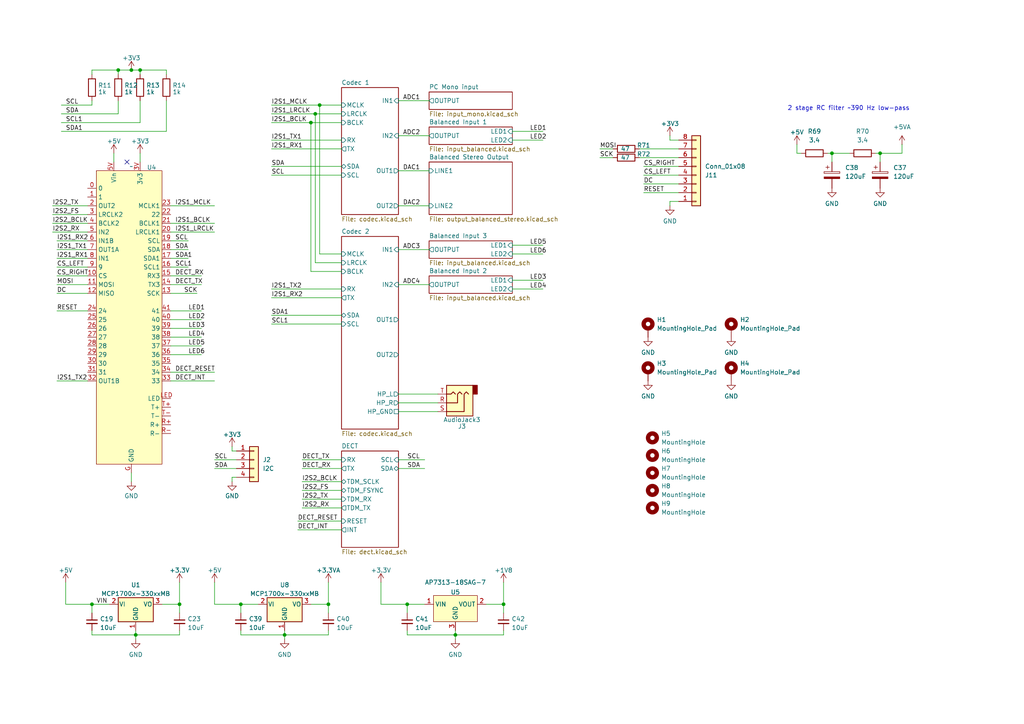
<source format=kicad_sch>
(kicad_sch (version 20231120) (generator "eeschema") (generator_version "8.0")
  (paper "A4")
  (title_block (title "Mixolydian 4x4") (rev "1") (comment 1 "3 balanced inputs, 2 balanced outputs, 1 mono line-in") (comment 3 "FOSDEM audio interface"))
  (lib_symbols
    (symbol "Connector_Audio:AudioJack3"
      (property "Reference" "J" (at 0 8.89 0))
      (property "Value" "AudioJack3" (at 0 6.35 0))
      (symbol "AudioJack3_0_1"
        (rectangle (start -5.08 -5.08) (end -6.35 -2.54) (stroke (width 0.254)) (fill (type outline)))
        (polyline (pts (xy 0 -2.54) (xy 0.635 -3.175) (xy 1.27 -2.54) (xy 2.54 -2.54)) (stroke (width 0.254)))
        (polyline (pts (xy -1.905 -2.54) (xy -1.27 -3.175) (xy -0.635 -2.54) (xy -0.635 0) (xy 2.54 0)) (stroke (width 0.254)))
        (polyline (pts (xy 2.54 2.54) (xy -2.54 2.54) (xy -2.54 -2.54) (xy -3.175 -3.175) (xy -3.81 -2.54)) (stroke (width 0.254)))
        (rectangle (start 2.54 3.81) (end -5.08 -5.08) (stroke (width 0.254)) (fill (type background)))
      )
      (symbol "AudioJack3_1_1"
        (pin passive line (at 5.08 0 180) (length 2.54) (name "~") (number "R"))
        (pin passive line (at 5.08 2.54 180) (length 2.54) (name "~") (number "S"))
        (pin passive line (at 5.08 -2.54 180) (length 2.54) (name "~") (number "T"))
      )
    )
    (symbol "Connector_Generic:Conn_01x04" (pin_names (offset 1.016) hide)
      (property "Reference" "J" (at 0 5.08 0))
      (property "Value" "Conn_01x04" (at 0 -7.62 0))
      (symbol "Conn_01x04_1_1"
        (rectangle (start -1.27 -4.953) (end 0 -5.207) (stroke (width 0.1524)))
        (rectangle (start -1.27 -2.413) (end 0 -2.667) (stroke (width 0.1524)))
        (rectangle (start -1.27 0.127) (end 0 -0.127) (stroke (width 0.1524)))
        (rectangle (start -1.27 2.667) (end 0 2.413) (stroke (width 0.1524)))
        (rectangle (start -1.27 3.81) (end 1.27 -6.35) (stroke (width 0.254)) (fill (type background)))
        (pin passive line (at -5.08 2.54 0) (length 3.81) (name "Pin_1") (number "1"))
        (pin passive line (at -5.08 0 0) (length 3.81) (name "Pin_2") (number "2"))
        (pin passive line (at -5.08 -2.54 0) (length 3.81) (name "Pin_3") (number "3"))
        (pin passive line (at -5.08 -5.08 0) (length 3.81) (name "Pin_4") (number "4"))
      )
    )
    (symbol "Connector_Generic:Conn_01x08" (pin_names (offset 1.016) hide)
      (property "Reference" "J" (at 0 10.16 0))
      (property "Value" "Conn_01x08" (at 0 -12.7 0))
      (symbol "Conn_01x08_1_1"
        (rectangle (start -1.27 -10.033) (end 0 -10.287) (stroke (width 0.1524)))
        (rectangle (start -1.27 -7.493) (end 0 -7.747) (stroke (width 0.1524)))
        (rectangle (start -1.27 -4.953) (end 0 -5.207) (stroke (width 0.1524)))
        (rectangle (start -1.27 -2.413) (end 0 -2.667) (stroke (width 0.1524)))
        (rectangle (start -1.27 0.127) (end 0 -0.127) (stroke (width 0.1524)))
        (rectangle (start -1.27 2.667) (end 0 2.413) (stroke (width 0.1524)))
        (rectangle (start -1.27 5.207) (end 0 4.953) (stroke (width 0.1524)))
        (rectangle (start -1.27 7.747) (end 0 7.493) (stroke (width 0.1524)))
        (rectangle (start -1.27 8.89) (end 1.27 -11.43) (stroke (width 0.254)) (fill (type background)))
        (pin passive line (at -5.08 7.62 0) (length 3.81) (name "Pin_1") (number "1"))
        (pin passive line (at -5.08 5.08 0) (length 3.81) (name "Pin_2") (number "2"))
        (pin passive line (at -5.08 2.54 0) (length 3.81) (name "Pin_3") (number "3"))
        (pin passive line (at -5.08 0 0) (length 3.81) (name "Pin_4") (number "4"))
        (pin passive line (at -5.08 -2.54 0) (length 3.81) (name "Pin_5") (number "5"))
        (pin passive line (at -5.08 -5.08 0) (length 3.81) (name "Pin_6") (number "6"))
        (pin passive line (at -5.08 -7.62 0) (length 3.81) (name "Pin_7") (number "7"))
        (pin passive line (at -5.08 -10.16 0) (length 3.81) (name "Pin_8") (number "8"))
      )
    )
    (symbol "Device:C_Polarized" (pin_numbers hide) (pin_names (offset 0.254))
      (property "Reference" "C" (at 0.635 2.54 0))
      (property "Value" "C_Polarized" (at 0.635 -2.54 0))
      (symbol "C_Polarized_0_1"
        (rectangle (start -2.286 0.508) (end 2.286 1.016))
        (polyline (pts (xy -1.778 2.286) (xy -0.762 2.286)))
        (polyline (pts (xy -1.27 2.794) (xy -1.27 1.778)))
        (rectangle (start 2.286 -0.508) (end -2.286 -1.016) (fill (type outline)))
      )
      (symbol "C_Polarized_1_1"
        (pin passive line (at 0 3.81 270) (length 2.794) (name "~") (number "1"))
        (pin passive line (at 0 -3.81 90) (length 2.794) (name "~") (number "2"))
      )
    )
    (symbol "Device:C_Small" (pin_numbers hide) (pin_names (offset 0.254) hide)
      (property "Reference" "C" (at 0.254 1.778 0))
      (property "Value" "C_Small" (at 0.254 -2.032 0))
      (symbol "C_Small_0_1"
        (polyline (pts (xy -1.524 -0.508) (xy 1.524 -0.508)) (stroke (width 0.3302)))
        (polyline (pts (xy -1.524 0.508) (xy 1.524 0.508)) (stroke (width 0.3048)))
      )
      (symbol "C_Small_1_1"
        (pin passive line (at 0 2.54 270) (length 2.032) (name "~") (number "1"))
        (pin passive line (at 0 -2.54 90) (length 2.032) (name "~") (number "2"))
      )
    )
    (symbol "Device:R" (pin_numbers hide) (pin_names (offset 0))
      (property "Reference" "R" (at 2.032 0 90))
      (property "Value" "R" (at 0 0 90))
      (symbol "R_0_1"
        (rectangle (start -1.016 -2.54) (end 1.016 2.54) (stroke (width 0.254)))
      )
      (symbol "R_1_1"
        (pin passive line (at 0 3.81 270) (length 1.27) (name "~") (number "1"))
        (pin passive line (at 0 -3.81 90) (length 1.27) (name "~") (number "2"))
      )
    )
    (symbol "Mechanical:MountingHole" (pin_names (offset 1.016)) (exclude_from_sim yes) (in_bom no)
      (property "Reference" "H" (at 0 5.08 0))
      (property "Value" "MountingHole" (at 0 3.175 0))
      (symbol "MountingHole_0_1"
        (circle (center 0 0) (radius 1.27) (stroke (width 1.27)))
      )
    )
    (symbol "Mechanical:MountingHole_Pad" (pin_numbers hide) (pin_names (offset 1.016) hide) (exclude_from_sim yes) (in_bom no)
      (property "Reference" "H" (at 0 6.35 0))
      (property "Value" "MountingHole_Pad" (at 0 4.445 0))
      (symbol "MountingHole_Pad_0_1"
        (circle (center 0 1.27) (radius 1.27) (stroke (width 1.27)))
      )
      (symbol "MountingHole_Pad_1_1"
        (pin input line (at 0 -2.54 90) (length 2.54) (name "1") (number "1"))
      )
    )
    (symbol "Parts:AP7313_SAG"
      (property "Reference" "U" (at 0 0 0))
      (symbol "AP7313_SAG_1_1"
        (rectangle (start -5.08 -1.27) (end 7.62 -8.89) (fill (type background)))
        (pin power_in line (at -7.62 -3.81 0) (length 2.54) (name "VIN") (number "1"))
        (pin power_out line (at 10.16 -3.81 180) (length 2.54) (name "VOUT") (number "2"))
        (pin power_in line (at 1.27 -11.43 90) (length 2.54) (name "GND") (number "3"))
      )
    )
    (symbol "Parts:Teensy41"
      (property "Reference" "U1" (at 4.4959 -0.3081 0))
      (property "Value" "~" (at 0 0 0))
      (symbol "Teensy41_1_1"
        (rectangle (start -10.16 -1.27) (end 8.89 -86.36) (fill (type background)))
        (pin bidirectional line (at -12.7 -6.35 0) (length 2.54) (name "0") (number "0"))
        (pin bidirectional line (at -12.7 -8.89 0) (length 2.54) (name "1") (number "1"))
        (pin bidirectional line (at -12.7 -31.75 0) (length 2.54) (name "10") (number "10") (alternate "CS" bidirectional line))
        (pin bidirectional line (at -12.7 -34.29 0) (length 2.54) (name "11") (number "11") (alternate "MOSI" bidirectional line))
        (pin bidirectional line (at -12.7 -36.83 0) (length 2.54) (name "12") (number "12") (alternate "MISO" bidirectional line))
        (pin bidirectional line (at 11.43 -36.83 180) (length 2.54) (name "13") (number "13") (alternate "SCK" bidirectional line))
        (pin bidirectional line (at 11.43 -34.29 180) (length 2.54) (name "14") (number "14") (alternate "TX3" bidirectional line))
        (pin bidirectional line (at 11.43 -31.75 180) (length 2.54) (name "15") (number "15") (alternate "RX3" bidirectional line))
        (pin bidirectional line (at 11.43 -29.21 180) (length 2.54) (name "16") (number "16") (alternate "SCL1" bidirectional line))
        (pin bidirectional line (at 11.43 -26.67 180) (length 2.54) (name "17") (number "17") (alternate "SDA1" bidirectional line))
        (pin bidirectional line (at 11.43 -24.13 180) (length 2.54) (name "18") (number "18") (alternate "SDA" bidirectional line))
        (pin bidirectional line (at 11.43 -21.59 180) (length 2.54) (name "19") (number "19") (alternate "SCL" bidirectional line))
        (pin bidirectional line (at -12.7 -11.43 0) (length 2.54) (name "2") (number "2") (alternate "OUT2" output line))
        (pin bidirectional line (at 11.43 -19.05 180) (length 2.54) (name "20") (number "20") (alternate "LRCLK1" bidirectional line))
        (pin bidirectional line (at 11.43 -16.51 180) (length 2.54) (name "21") (number "21") (alternate "BCLK1" bidirectional line))
        (pin bidirectional line (at 11.43 -13.97 180) (length 2.54) (name "22") (number "22"))
        (pin bidirectional line (at 11.43 -11.43 180) (length 2.54) (name "23") (number "23") (alternate "MCLK1" bidirectional line))
        (pin bidirectional line (at -12.7 -41.91 0) (length 2.54) (name "24") (number "24"))
        (pin bidirectional line (at -12.7 -44.45 0) (length 2.54) (name "25") (number "25"))
        (pin bidirectional line (at -12.7 -46.99 0) (length 2.54) (name "26") (number "26"))
        (pin bidirectional line (at -12.7 -49.53 0) (length 2.54) (name "27") (number "27"))
        (pin bidirectional line (at -12.7 -52.07 0) (length 2.54) (name "28") (number "28"))
        (pin bidirectional line (at -12.7 -54.61 0) (length 2.54) (name "29") (number "29"))
        (pin bidirectional line (at -12.7 -13.97 0) (length 2.54) (name "3") (number "3") (alternate "LRCLK2" bidirectional line))
        (pin bidirectional line (at -12.7 -57.15 0) (length 2.54) (name "30") (number "30"))
        (pin bidirectional line (at -12.7 -59.69 0) (length 2.54) (name "31") (number "31"))
        (pin bidirectional line (at -12.7 -62.23 0) (length 2.54) (name "32") (number "32") (alternate "OUT1B" bidirectional line))
        (pin bidirectional line (at 11.43 -62.23 180) (length 2.54) (name "33") (number "33"))
        (pin bidirectional line (at 11.43 -59.69 180) (length 2.54) (name "34") (number "34"))
        (pin bidirectional line (at 11.43 -57.15 180) (length 2.54) (name "35") (number "35"))
        (pin bidirectional line (at 11.43 -54.61 180) (length 2.54) (name "36") (number "36") (alternate "CS" bidirectional line))
        (pin bidirectional line (at 11.43 -52.07 180) (length 2.54) (name "37") (number "37") (alternate "CS" bidirectional line))
        (pin bidirectional line (at 11.43 -49.53 180) (length 2.54) (name "38") (number "38") (alternate "IN1" bidirectional line))
        (pin bidirectional line (at 11.43 -46.99 180) (length 2.54) (name "39") (number "39") (alternate "OUT1A" bidirectional line))
        (pin power_in line (at 2.54 1.27 270) (length 2.54) (name "3v3") (number "3V"))
        (pin bidirectional line (at -12.7 -16.51 0) (length 2.54) (name "4") (number "4") (alternate "BCLK2" bidirectional line))
        (pin bidirectional line (at 11.43 -44.45 180) (length 2.54) (name "40") (number "40"))
        (pin bidirectional line (at 11.43 -41.91 180) (length 2.54) (name "41") (number "41"))
        (pin bidirectional line (at -12.7 -19.05 0) (length 2.54) (name "5") (number "5") (alternate "IN2" bidirectional line))
        (pin power_in line (at -5.08 1.27 270) (length 2.54) (name "Vin") (number "5V"))
        (pin bidirectional line (at -12.7 -21.59 0) (length 2.54) (name "6") (number "6") (alternate "IN1B" bidirectional line))
        (pin bidirectional line (at -12.7 -24.13 0) (length 2.54) (name "7") (number "7") (alternate "OUT1A" bidirectional line))
        (pin bidirectional line (at -12.7 -26.67 0) (length 2.54) (name "8") (number "8") (alternate "IN1" bidirectional line))
        (pin bidirectional line (at -12.7 -29.21 0) (length 2.54) (name "9") (number "9"))
        (pin power_in line (at 0 -88.9 90) (length 2.54) (name "GND") (number "G"))
        (pin bidirectional line (at 11.43 -67.31 180) (length 2.54) (name "LED") (number "LED"))
        (pin bidirectional line (at 11.43 -74.93 180) (length 2.54) (name "R+") (number "R+"))
        (pin bidirectional line (at 11.43 -77.47 180) (length 2.54) (name "R-") (number "R-"))
        (pin bidirectional line (at 11.43 -69.85 180) (length 2.54) (name "T+") (number "T+"))
        (pin bidirectional line (at 11.43 -72.39 180) (length 2.54) (name "T-") (number "T-"))
      )
    )
    (symbol "Regulator_Linear:MCP1700x-330xxMB" (pin_names (offset 0.254))
      (property "Reference" "U" (at -3.81 3.175 0))
      (property "Value" "MCP1700x-330xxMB" (at 0 3.175 0))
      (symbol "MCP1700x-330xxMB_0_1"
        (rectangle (start -5.08 -5.08) (end 5.08 1.905) (stroke (width 0.254)) (fill (type background)))
      )
      (symbol "MCP1700x-330xxMB_1_1"
        (pin power_in line (at 0 -7.62 90) (length 2.54) (name "GND") (number "1"))
        (pin power_in line (at -7.62 0 0) (length 2.54) (name "VI") (number "2"))
        (pin power_out line (at 7.62 0 180) (length 2.54) (name "VO") (number "3"))
      )
    )
    (symbol "power:+1V8" (power) (pin_names (offset 0))
      (property "Value" "+1V8" (at 0 3.556 0))
      (symbol "+1V8_0_1"
        (polyline (pts (xy -0.762 1.27) (xy 0 2.54)))
        (polyline (pts (xy 0 0) (xy 0 2.54)))
        (polyline (pts (xy 0 2.54) (xy 0.762 1.27)))
      )
      (symbol "+1V8_1_1"
        (pin power_in line (at 0 0 90) (length 0) hide (name "+1V8") (number "1"))
      )
    )
    (symbol "power:+3.3V" (power) (pin_names (offset 0))
      (property "Value" "+3.3V" (at 0 3.556 0))
      (symbol "+3.3V_0_1"
        (polyline (pts (xy -0.762 1.27) (xy 0 2.54)))
        (polyline (pts (xy 0 0) (xy 0 2.54)))
        (polyline (pts (xy 0 2.54) (xy 0.762 1.27)))
      )
      (symbol "+3.3V_1_1"
        (pin power_in line (at 0 0 90) (length 0) hide (name "+3.3V") (number "1"))
      )
    )
    (symbol "power:+3.3VA" (power) (pin_names (offset 0))
      (property "Value" "+3.3VA" (at 0 3.556 0))
      (symbol "+3.3VA_0_1"
        (polyline (pts (xy -0.762 1.27) (xy 0 2.54)))
        (polyline (pts (xy 0 0) (xy 0 2.54)))
        (polyline (pts (xy 0 2.54) (xy 0.762 1.27)))
      )
      (symbol "+3.3VA_1_1"
        (pin power_in line (at 0 0 90) (length 0) hide (name "+3.3VA") (number "1"))
      )
    )
    (symbol "power:+3V3" (power) (pin_names (offset 0))
      (property "Value" "+3V3" (at 0 3.556 0))
      (symbol "+3V3_0_1"
        (polyline (pts (xy -0.762 1.27) (xy 0 2.54)))
        (polyline (pts (xy 0 0) (xy 0 2.54)))
        (polyline (pts (xy 0 2.54) (xy 0.762 1.27)))
      )
      (symbol "+3V3_1_1"
        (pin power_in line (at 0 0 90) (length 0) hide (name "+3V3") (number "1"))
      )
    )
    (symbol "power:+5V" (power) (pin_names (offset 0))
      (property "Value" "+5V" (at 0 3.556 0))
      (symbol "+5V_0_1"
        (polyline (pts (xy -0.762 1.27) (xy 0 2.54)))
        (polyline (pts (xy 0 0) (xy 0 2.54)))
        (polyline (pts (xy 0 2.54) (xy 0.762 1.27)))
      )
      (symbol "+5V_1_1"
        (pin power_in line (at 0 0 90) (length 0) hide (name "+5V") (number "1"))
      )
    )
    (symbol "power:+5VA" (power) (pin_numbers hide) (pin_names (offset 0) hide)
      (property "Value" "+5VA" (at 0 3.556 0))
      (symbol "+5VA_0_1"
        (polyline (pts (xy -0.762 1.27) (xy 0 2.54)))
        (polyline (pts (xy 0 0) (xy 0 2.54)))
        (polyline (pts (xy 0 2.54) (xy 0.762 1.27)))
      )
      (symbol "+5VA_1_1"
        (pin power_in line (at 0 0 90) (length 0) (name "~") (number "1"))
      )
    )
    (symbol "power:GND" (power) (pin_names (offset 0))
      (property "Value" "GND" (at 0 -3.81 0))
      (symbol "GND_0_1"
        (polyline (pts (xy 0 0) (xy 0 -1.27) (xy 1.27 -1.27) (xy 0 -2.54) (xy -1.27 -1.27) (xy 0 -1.27)))
      )
      (symbol "GND_1_1"
        (pin power_in line (at 0 0 270) (length 0) hide (name "GND") (number "1"))
      )
    )
  )
  (junction (at 241.3 44.45))
  (junction (at 52.07 175.26))
  (junction (at 92.71 30.48))
  (junction (at 146.05 175.26))
  (junction (at 38.1 20.32))
  (junction (at 82.55 184.15))
  (junction (at 132.08 184.15))
  (junction (at 39.37 184.15))
  (junction (at 118.11 175.26))
  (junction (at 90.17 35.56))
  (junction (at 91.44 33.02))
  (junction (at 34.29 20.32))
  (junction (at 69.85 175.26))
  (junction (at 95.25 175.26))
  (junction (at 40.64 20.32))
  (junction (at 255.27 44.45))
  (junction (at 26.67 175.26))
  (no_connect (at 36.83 46.99))
  (wire (pts (xy 15.24 64.77) (xy 25.4 64.77)))
  (wire (pts (xy 186.69 50.8) (xy 196.85 50.8)))
  (wire (pts (xy 255.27 44.45) (xy 261.62 44.45)))
  (wire (pts (xy 62.23 133.35) (xy 68.58 133.35)))
  (wire (pts (xy 132.08 184.15) (xy 146.05 184.15)))
  (wire (pts (xy 82.55 184.15) (xy 95.25 184.15)))
  (wire (pts (xy 90.17 175.26) (xy 95.25 175.26)))
  (wire (pts (xy 115.57 135.89) (xy 123.19 135.89)))
  (wire (pts (xy 87.63 144.78) (xy 99.06 144.78)))
  (wire (pts (xy 186.69 48.26) (xy 196.85 48.26)))
  (wire (pts (xy 17.78 33.02) (xy 34.29 33.02)))
  (wire (pts (xy 69.85 184.15) (xy 69.85 182.88)))
  (wire (pts (xy 26.67 21.59) (xy 26.67 20.32)))
  (wire (pts (xy 17.78 35.56) (xy 40.64 35.56)))
  (wire (pts (xy 78.74 30.48) (xy 92.71 30.48)))
  (wire (pts (xy 16.51 90.17) (xy 25.4 90.17)))
  (wire (pts (xy 67.31 129.54) (xy 67.31 130.81)))
  (wire (pts (xy 16.51 74.93) (xy 25.4 74.93)))
  (wire (pts (xy 62.23 168.91) (xy 62.23 175.26)))
  (wire (pts (xy 40.64 44.45) (xy 40.64 46.99)))
  (wire (pts (xy 49.53 107.95) (xy 62.23 107.95)))
  (wire (pts (xy 115.57 82.55) (xy 124.46 82.55)))
  (wire (pts (xy 91.44 76.2) (xy 99.06 76.2)))
  (wire (pts (xy 19.05 175.26) (xy 26.67 175.26)))
  (wire (pts (xy 39.37 184.15) (xy 52.07 184.15)))
  (wire (pts (xy 49.53 100.33) (xy 58.42 100.33)))
  (wire (pts (xy 16.51 85.09) (xy 25.4 85.09)))
  (wire (pts (xy 132.08 184.15) (xy 132.08 185.42)))
  (wire (pts (xy 49.53 90.17) (xy 58.42 90.17)))
  (wire (pts (xy 82.55 184.15) (xy 82.55 185.42)))
  (wire (pts (xy 49.53 64.77) (xy 62.23 64.77)))
  (wire (pts (xy 92.71 30.48) (xy 92.71 73.66)))
  (wire (pts (xy 186.69 53.34) (xy 196.85 53.34)))
  (wire (pts (xy 194.31 58.42) (xy 194.31 59.69)))
  (wire (pts (xy 87.63 135.89) (xy 99.06 135.89)))
  (wire (pts (xy 194.31 58.42) (xy 196.85 58.42)))
  (wire (pts (xy 90.17 35.56) (xy 99.06 35.56)))
  (wire (pts (xy 86.36 153.67) (xy 99.06 153.67)))
  (wire (pts (xy 16.51 77.47) (xy 25.4 77.47)))
  (wire (pts (xy 49.53 69.85) (xy 54.61 69.85)))
  (wire (pts (xy 16.51 80.01) (xy 25.4 80.01)))
  (wire (pts (xy 49.53 82.55) (xy 58.42 82.55)))
  (wire (pts (xy 240.03 44.45) (xy 241.3 44.45)))
  (wire (pts (xy 254 44.45) (xy 255.27 44.45)))
  (wire (pts (xy 115.57 39.37) (xy 124.46 39.37)))
  (wire (pts (xy 17.78 38.1) (xy 48.26 38.1)))
  (wire (pts (xy 95.25 182.88) (xy 95.25 184.15)))
  (wire (pts (xy 67.31 138.43) (xy 67.31 139.7)))
  (wire (pts (xy 140.97 175.26) (xy 146.05 175.26)))
  (wire (pts (xy 78.74 43.18) (xy 99.06 43.18)))
  (wire (pts (xy 78.74 91.44) (xy 99.06 91.44)))
  (wire (pts (xy 95.25 168.91) (xy 95.25 175.26)))
  (wire (pts (xy 16.51 69.85) (xy 25.4 69.85)))
  (wire (pts (xy 78.74 83.82) (xy 99.06 83.82)))
  (wire (pts (xy 78.74 33.02) (xy 91.44 33.02)))
  (wire (pts (xy 110.49 168.91) (xy 110.49 175.26)))
  (wire (pts (xy 185.42 45.72) (xy 196.85 45.72)))
  (wire (pts (xy 49.53 95.25) (xy 58.42 95.25)))
  (wire (pts (xy 17.78 30.48) (xy 26.67 30.48)))
  (wire (pts (xy 115.57 133.35) (xy 123.19 133.35)))
  (wire (pts (xy 118.11 184.15) (xy 132.08 184.15)))
  (wire (pts (xy 115.57 114.3) (xy 127 114.3)))
  (wire (pts (xy 49.53 102.87) (xy 58.42 102.87)))
  (wire (pts (xy 82.55 182.88) (xy 82.55 184.15)))
  (wire (pts (xy 194.31 40.64) (xy 196.85 40.64)))
  (wire (pts (xy 87.63 147.32) (xy 99.06 147.32)))
  (wire (pts (xy 49.53 110.49) (xy 62.23 110.49)))
  (wire (pts (xy 148.59 40.64) (xy 157.48 40.64)))
  (wire (pts (xy 49.53 80.01) (xy 58.42 80.01)))
  (wire (pts (xy 16.51 72.39) (xy 25.4 72.39)))
  (wire (pts (xy 15.24 62.23) (xy 25.4 62.23)))
  (wire (pts (xy 115.57 116.84) (xy 127 116.84)))
  (wire (pts (xy 62.23 135.89) (xy 68.58 135.89)))
  (wire (pts (xy 78.74 40.64) (xy 99.06 40.64)))
  (wire (pts (xy 87.63 139.7) (xy 99.06 139.7)))
  (wire (pts (xy 67.31 138.43) (xy 68.58 138.43)))
  (wire (pts (xy 194.31 39.37) (xy 194.31 40.64)))
  (wire (pts (xy 40.64 20.32) (xy 48.26 20.32)))
  (wire (pts (xy 62.23 175.26) (xy 69.85 175.26)))
  (wire (pts (xy 38.1 20.32) (xy 40.64 20.32)))
  (wire (pts (xy 38.1 137.16) (xy 38.1 139.7)))
  (wire (pts (xy 26.67 175.26) (xy 31.75 175.26)))
  (wire (pts (xy 49.53 67.31) (xy 62.23 67.31)))
  (wire (pts (xy 115.57 72.39) (xy 124.46 72.39)))
  (wire (pts (xy 241.3 46.99) (xy 241.3 44.45)))
  (wire (pts (xy 92.71 73.66) (xy 99.06 73.66)))
  (wire (pts (xy 52.07 182.88) (xy 52.07 184.15)))
  (wire (pts (xy 78.74 35.56) (xy 90.17 35.56)))
  (wire (pts (xy 49.53 77.47) (xy 54.61 77.47)))
  (wire (pts (xy 49.53 74.93) (xy 54.61 74.93)))
  (wire (pts (xy 92.71 30.48) (xy 99.06 30.48)))
  (wire (pts (xy 34.29 20.32) (xy 34.29 21.59)))
  (wire (pts (xy 231.14 44.45) (xy 231.14 41.91)))
  (wire (pts (xy 67.31 130.81) (xy 68.58 130.81)))
  (wire (pts (xy 34.29 20.32) (xy 38.1 20.32)))
  (wire (pts (xy 115.57 119.38) (xy 127 119.38)))
  (wire (pts (xy 86.36 151.13) (xy 99.06 151.13)))
  (wire (pts (xy 52.07 175.26) (xy 52.07 177.8)))
  (wire (pts (xy 39.37 182.88) (xy 39.37 184.15)))
  (wire (pts (xy 33.02 44.45) (xy 33.02 46.99)))
  (wire (pts (xy 148.59 38.1) (xy 157.48 38.1)))
  (wire (pts (xy 173.99 45.72) (xy 177.8 45.72)))
  (wire (pts (xy 173.99 43.18) (xy 177.8 43.18)))
  (wire (pts (xy 34.29 29.21) (xy 34.29 33.02)))
  (wire (pts (xy 69.85 177.8) (xy 69.85 175.26)))
  (wire (pts (xy 48.26 20.32) (xy 48.26 21.59)))
  (wire (pts (xy 49.53 85.09) (xy 57.15 85.09)))
  (wire (pts (xy 146.05 168.91) (xy 146.05 175.26)))
  (wire (pts (xy 39.37 184.15) (xy 39.37 185.42)))
  (wire (pts (xy 186.69 55.88) (xy 196.85 55.88)))
  (wire (pts (xy 26.67 30.48) (xy 26.67 29.21)))
  (wire (pts (xy 15.24 67.31) (xy 25.4 67.31)))
  (wire (pts (xy 49.53 92.71) (xy 58.42 92.71)))
  (wire (pts (xy 48.26 29.21) (xy 48.26 38.1)))
  (wire (pts (xy 78.74 93.98) (xy 99.06 93.98)))
  (wire (pts (xy 87.63 133.35) (xy 99.06 133.35)))
  (wire (pts (xy 148.59 81.28) (xy 157.48 81.28)))
  (wire (pts (xy 40.64 20.32) (xy 40.64 21.59)))
  (wire (pts (xy 132.08 182.88) (xy 132.08 184.15)))
  (wire (pts (xy 148.59 83.82) (xy 157.48 83.82)))
  (wire (pts (xy 49.53 59.69) (xy 62.23 59.69)))
  (wire (pts (xy 261.62 41.91) (xy 261.62 44.45)))
  (wire (pts (xy 49.53 72.39) (xy 54.61 72.39)))
  (wire (pts (xy 16.51 82.55) (xy 25.4 82.55)))
  (wire (pts (xy 241.3 44.45) (xy 246.38 44.45)))
  (wire (pts (xy 46.99 175.26) (xy 52.07 175.26)))
  (wire (pts (xy 91.44 33.02) (xy 91.44 76.2)))
  (wire (pts (xy 39.37 184.15) (xy 26.67 184.15)))
  (wire (pts (xy 115.57 29.21) (xy 124.46 29.21)))
  (wire (pts (xy 78.74 48.26) (xy 99.06 48.26)))
  (wire (pts (xy 26.67 184.15) (xy 26.67 182.88)))
  (wire (pts (xy 15.24 59.69) (xy 25.4 59.69)))
  (wire (pts (xy 26.67 177.8) (xy 26.67 175.26)))
  (wire (pts (xy 99.06 86.36) (xy 78.74 86.36)))
  (wire (pts (xy 115.57 59.69) (xy 124.46 59.69)))
  (wire (pts (xy 52.07 168.91) (xy 52.07 175.26)))
  (wire (pts (xy 87.63 142.24) (xy 99.06 142.24)))
  (wire (pts (xy 49.53 97.79) (xy 58.42 97.79)))
  (wire (pts (xy 255.27 46.99) (xy 255.27 44.45)))
  (wire (pts (xy 148.59 73.66) (xy 157.48 73.66)))
  (wire (pts (xy 91.44 33.02) (xy 99.06 33.02)))
  (wire (pts (xy 90.17 35.56) (xy 90.17 78.74)))
  (wire (pts (xy 82.55 184.15) (xy 69.85 184.15)))
  (wire (pts (xy 148.59 71.12) (xy 157.48 71.12)))
  (wire (pts (xy 115.57 49.53) (xy 124.46 49.53)))
  (wire (pts (xy 118.11 177.8) (xy 118.11 175.26)))
  (wire (pts (xy 185.42 43.18) (xy 196.85 43.18)))
  (wire (pts (xy 26.67 20.32) (xy 34.29 20.32)))
  (wire (pts (xy 95.25 175.26) (xy 95.25 177.8)))
  (wire (pts (xy 232.41 44.45) (xy 231.14 44.45)))
  (wire (pts (xy 146.05 175.26) (xy 146.05 177.8)))
  (wire (pts (xy 90.17 78.74) (xy 99.06 78.74)))
  (wire (pts (xy 69.85 175.26) (xy 74.93 175.26)))
  (wire (pts (xy 118.11 184.15) (xy 118.11 182.88)))
  (wire (pts (xy 19.05 168.91) (xy 19.05 175.26)))
  (wire (pts (xy 16.51 110.49) (xy 25.4 110.49)))
  (wire (pts (xy 40.64 29.21) (xy 40.64 35.56)))
  (wire (pts (xy 146.05 182.88) (xy 146.05 184.15)))
  (wire (pts (xy 110.49 175.26) (xy 118.11 175.26)))
  (wire (pts (xy 78.74 50.8) (xy 99.06 50.8)))
  (wire (pts (xy 118.11 175.26) (xy 123.19 175.26)))
  (text "2 stage RC filter ~390 Hz low-pass" (at 246.126 31.496 0) (effects (font (size 1.27 1.27))))
  (label "DAC2" (at 116.84 59.69 0))
  (label "I2S1_TX2" (at 78.74 83.82 0))
  (label "DECT_RX" (at 87.63 135.89 0))
  (label "ADC1" (at 116.84 29.21 0))
  (label "LED1" (at 54.61 90.17 0))
  (label "DECT_RX" (at 50.8 80.01 0))
  (label "DECT_TX" (at 50.8 82.55 0))
  (label "MOSI" (at 16.51 82.55 0))
  (label "RESET" (at 16.51 90.17 0))
  (label "CS_LEFT" (at 186.69 50.8 0))
  (label "SDA" (at 62.23 135.89 0))
  (label "I2S1_LRCLK" (at 78.74 33.02 0))
  (label "SDA1" (at 50.8 74.93 0))
  (label "I2S1_TX1" (at 78.74 40.64 0))
  (label "I2S2_FS" (at 15.24 62.23 0))
  (label "SCL" (at 118.11 133.35 0))
  (label "I2S2_BCLK" (at 15.24 64.77 0))
  (label "I2S2_TX" (at 15.24 59.69 0))
  (label "SCL" (at 78.74 50.8 0))
  (label "LED6" (at 54.61 102.87 0))
  (label "DECT_RESET" (at 50.8 107.95 0))
  (label "I2S1_LRCLK" (at 50.8 67.31 0))
  (label "LED4" (at 54.61 97.79 0))
  (label "I2S2_TX" (at 87.63 144.78 0))
  (label "DECT_INT" (at 86.36 153.67 0))
  (label "CS_RIGHT" (at 16.51 80.01 0))
  (label "LED6" (at 153.67 73.66 0))
  (label "SDA" (at 19.05 33.02 0))
  (label "SCL1" (at 19.05 35.56 0))
  (label "DECT_TX" (at 87.63 133.35 0))
  (label "LED5" (at 54.61 100.33 0))
  (label "SDA" (at 118.11 135.89 0))
  (label "SDA1" (at 78.74 91.44 0))
  (label "SCL1" (at 78.74 93.98 0))
  (label "I2S1_RX2" (at 78.74 86.36 0))
  (label "SCL1" (at 50.8 77.47 0))
  (label "DC" (at 186.69 53.34 0))
  (label "I2S1_TX1" (at 16.51 72.39 0))
  (label "RESET" (at 186.69 55.88 0))
  (label "LED2" (at 153.67 40.64 0))
  (label "DECT_RESET" (at 86.36 151.13 0))
  (label "DC" (at 16.51 85.09 0))
  (label "DECT_INT" (at 50.8 110.49 0))
  (label "I2S1_BCLK" (at 78.74 35.56 0))
  (label "I2S1_TX2" (at 16.51 110.49 0))
  (label "LED3" (at 153.67 81.28 0))
  (label "ADC4" (at 116.84 82.55 0))
  (label "ADC2" (at 116.84 39.37 0))
  (label "SDA1" (at 19.05 38.1 0))
  (label "I2S1_RX2" (at 16.51 69.85 0))
  (label "DAC1" (at 116.84 49.53 0))
  (label "I2S1_RX1" (at 16.51 74.93 0))
  (label "VIN" (at 27.94 175.26 0))
  (label "SCK" (at 173.99 45.72 0))
  (label "SCL" (at 19.05 30.48 0))
  (label "SCL" (at 62.23 133.35 0))
  (label "LED1" (at 153.67 38.1 0))
  (label "ADC3" (at 116.84 72.39 0))
  (label "LED2" (at 54.61 92.71 0))
  (label "MOSI" (at 173.99 43.18 0))
  (label "LED5" (at 153.67 71.12 0))
  (label "I2S1_BCLK" (at 50.8 64.77 0))
  (label "SCL" (at 50.8 69.85 0))
  (label "I2S2_BCLK" (at 87.63 139.7 0))
  (label "LED3" (at 54.61 95.25 0))
  (label "I2S1_RX1" (at 78.74 43.18 0))
  (label "I2S2_RX" (at 87.63 147.32 0))
  (label "I2S1_MCLK" (at 78.74 30.48 0))
  (label "I2S1_MCLK" (at 50.8 59.69 0))
  (label "LED4" (at 153.67 83.82 0))
  (label "SDA" (at 50.8 72.39 0))
  (label "I2S2_RX" (at 15.24 67.31 0))
  (label "SDA" (at 78.74 48.26 0))
  (label "CS_LEFT" (at 16.51 77.47 0))
  (label "SCK" (at 53.34 85.09 0))
  (label "CS_RIGHT" (at 186.69 48.26 0))
  (label "I2S2_FS" (at 87.63 142.24 0))
  (symbol (lib_id "Mechanical:MountingHole_Pad") (at 212.09 95.25 0) (unit 1) (exclude_from_sim yes) (in_bom no)
    (property "Reference" "H2" (at 214.63 92.7099 0) (effects (justify left)))
    (property "Value" "MountingHole_Pad" (at 214.63 95.2499 0) (effects (justify left)))
    (property "Footprint" "MountingHole:MountingHole_3.2mm_M3_Pad_Via" (effects (hide yes)))
    (property "Description" "Mounting Hole with connection" (effects (hide yes)))
  )
  (symbol (lib_id "Device:R") (at 34.29 25.4 0) (unit 1)
    (property "Reference" "R12" (at 36.068 24.7563 0) (effects (justify left)))
    (property "Value" "1k" (at 36.068 26.6773 0) (effects (justify left)))
    (property "Footprint" "Resistor_SMD:R_0603_1608Metric_Pad0.98x0.95mm_HandSolder" (effects (hide yes)))
    (property "LCSC" "C21190" (effects (hide yes)))
    (property "Part" "R 1kΩ 125mW 1% 0603" (effects (hide yes)))
    (property "Shop" "https://store.comet.bg/Catalogue/Product/3458/" (effects (hide yes)))
  )
  (symbol (lib_id "power:GND") (at 212.09 97.79 0) (unit 1)
    (property "Reference" "#PWR036" (effects (hide yes)))
    (property "Value" "GND" (at 212.09 102.2334 0))
  )
  (symbol (lib_id "power:GND") (at 132.08 185.42 0) (unit 1)
    (property "Reference" "#PWR059" (effects (hide yes)))
    (property "Value" "GND" (at 132.08 189.8634 0))
  )
  (symbol (lib_id "power:+3V3") (at 40.64 44.45 0) (unit 1)
    (property "Reference" "#PWR061" (effects (hide yes)))
    (property "Value" "+3V3" (at 40.64 40.9481 0))
  )
  (symbol (lib_id "Device:C_Small") (at 52.07 180.34 0) (unit 1)
    (property "Reference" "C23" (at 54.3941 179.5116 0) (effects (justify left)))
    (property "Value" "10uF" (at 54.3941 182.0485 0) (effects (justify left)))
    (property "Footprint" "Capacitor_SMD:C_0805_2012Metric_Pad1.18x1.45mm_HandSolder" (effects (hide yes)))
    (property "LCSC" "C15850" (effects (hide yes)))
    (property "MPN" "885012107014" (effects (hide yes)))
    (property "Part" "C 10μF 16V 0805" (effects (hide yes)))
    (property "Shop" "https://store.comet.bg/Catalogue/Product/36934/" (effects (hide yes)))
  )
  (symbol (lib_id "Device:R") (at 26.67 25.4 0) (unit 1)
    (property "Reference" "R11" (at 28.448 24.7563 0) (effects (justify left)))
    (property "Value" "1k" (at 28.448 26.6773 0) (effects (justify left)))
    (property "Footprint" "Resistor_SMD:R_0603_1608Metric_Pad0.98x0.95mm_HandSolder" (effects (hide yes)))
    (property "LCSC" "C21190" (effects (hide yes)))
    (property "Part" "R 1kΩ 125mW 1% 0603" (effects (hide yes)))
    (property "Shop" "https://store.comet.bg/Catalogue/Product/3458/" (effects (hide yes)))
  )
  (symbol (lib_id "Connector_Generic:Conn_01x08") (at 201.93 50.8 0) (mirror x) (unit 1)
    (property "Reference" "J11" (at 204.47 50.8001 0) (effects (justify left)))
    (property "Value" "Conn_01x08" (at 204.47 48.2601 0) (effects (justify left)))
    (property "Footprint" "Library:mta100_01x8_P2.54_647050-8" (effects (hide yes)))
    (property "Description" "Generic connector, single row, 01x08, script generated (kicad-library-utils/schlib/autogen/connector/)" (effects (hide yes)))
    (property "MPN" "640456-8" (effects (hide yes)))
    (property "Shop" "https://eu.mouser.com/ProductDetail/TE-Connectivity-AMP/640456-8?qs=%2F35zJ5USjomho1287DA4QA%3D%3D" (effects (hide yes)))
    (property "Part" "640456-8" (effects (hide yes)))
  )
  (symbol (lib_id "power:+5VA") (at 261.62 41.91 0) (unit 1)
    (property "Reference" "#PWR011" (effects (hide yes)))
    (property "Value" "+5VA" (at 261.62 36.83 0))
    (property "Description" "Power symbol creates a global label with name \"+5VA\"" (effects (hide yes)))
  )
  (symbol (lib_id "Device:R") (at 181.61 43.18 90) (unit 1)
    (property "Reference" "R71" (at 186.69 42.164 90))
    (property "Value" "47" (at 181.356 43.18 90))
    (property "Footprint" "Resistor_SMD:R_0603_1608Metric" (effects (hide yes)))
    (property "Description" "Resistor" (effects (hide yes)))
    (property "LCSC" "C23182" (effects (hide yes)))
    (property "MPN" "560112116054" (effects (hide yes)))
    (property "Part" "R 47Ω 125mW 1% 0603" (effects (hide yes)))
    (property "Shop" "https://store.comet.bg/Catalogue/Product/4392/" (effects (hide yes)))
  )
  (symbol (lib_id "Device:C_Small") (at 69.85 180.34 0) (unit 1)
    (property "Reference" "C39" (at 72.1741 179.5116 0) (effects (justify left)))
    (property "Value" "10uF" (at 72.1741 182.0485 0) (effects (justify left)))
    (property "Footprint" "Capacitor_SMD:C_0805_2012Metric_Pad1.18x1.45mm_HandSolder" (effects (hide yes)))
    (property "LCSC" "C15850" (effects (hide yes)))
    (property "MPN" "885012107014" (effects (hide yes)))
    (property "Part" "C 10μF 16V 0805" (effects (hide yes)))
    (property "Shop" "https://store.comet.bg/Catalogue/Product/36934/" (effects (hide yes)))
  )
  (symbol (lib_id "Device:R") (at 48.26 25.4 0) (unit 1)
    (property "Reference" "R14" (at 50.038 24.7563 0) (effects (justify left)))
    (property "Value" "1k" (at 50.038 26.6773 0) (effects (justify left)))
    (property "Footprint" "Resistor_SMD:R_0603_1608Metric_Pad0.98x0.95mm_HandSolder" (effects (hide yes)))
    (property "LCSC" "C21190" (effects (hide yes)))
    (property "Part" "R 1kΩ 125mW 1% 0603" (effects (hide yes)))
    (property "Shop" "https://store.comet.bg/Catalogue/Product/3458/" (effects (hide yes)))
  )
  (symbol (lib_id "power:GND") (at 194.31 59.69 0) (unit 1)
    (property "Reference" "#PWR043" (effects (hide yes)))
    (property "Value" "GND" (at 194.31 64.1334 0))
  )
  (symbol (lib_id "Mechanical:MountingHole") (at 189.23 137.16 0) (unit 1) (exclude_from_sim yes) (in_bom no)
    (property "Reference" "H7" (at 191.77 135.8899 0) (effects (justify left)))
    (property "Value" "MountingHole" (at 191.77 138.4299 0) (effects (justify left)))
    (property "Footprint" "MountingHole:MountingHole_3.2mm_M3_DIN965" (effects (hide yes)))
    (property "Description" "Mounting Hole without connection" (effects (hide yes)))
  )
  (symbol (lib_id "power:GND") (at 212.09 110.49 0) (unit 1)
    (property "Reference" "#PWR038" (effects (hide yes)))
    (property "Value" "GND" (at 212.09 114.9334 0))
  )
  (symbol (lib_id "power:GND") (at 255.27 54.61 0) (unit 1)
    (property "Reference" "#PWR046" (effects (hide yes)))
    (property "Value" "GND" (at 255.27 59.0534 0))
  )
  (symbol (lib_id "Connector_Audio:AudioJack3") (at 132.08 116.84 180) (unit 1)
    (property "Reference" "J3" (at 133.985 123.6599 0))
    (property "Value" "AudioJack3" (at 133.985 121.7389 0))
    (property "Footprint" "Connector_Audio:Jack_3.5mm_CUI_SJ1-3533NG_Horizontal_CircularHoles" (effects (hide yes)))
    (property "Datasheet" "https://nl.mouser.com/datasheet/2/670/sj1_353xng-1778850.pdf" (effects (hide yes)))
    (property "MPN" "490-SJ1-3533NG" (effects (hide yes)))
    (property "Shop" "https://eu.mouser.com/ProductDetail/490-SJ1-3533NG" (effects (hide yes)))
    (property "Part" " SJ1-3533NG " (effects (hide yes)))
  )
  (symbol (lib_id "Mechanical:MountingHole") (at 189.23 142.24 0) (unit 1) (exclude_from_sim yes) (in_bom no)
    (property "Reference" "H8" (at 191.77 140.9699 0) (effects (justify left)))
    (property "Value" "MountingHole" (at 191.77 143.5099 0) (effects (justify left)))
    (property "Footprint" "MountingHole:MountingHole_3.2mm_M3_DIN965" (effects (hide yes)))
    (property "Description" "Mounting Hole without connection" (effects (hide yes)))
  )
  (symbol (lib_id "Mechanical:MountingHole") (at 189.23 132.08 0) (unit 1) (exclude_from_sim yes) (in_bom no)
    (property "Reference" "H6" (at 191.77 130.8099 0) (effects (justify left)))
    (property "Value" "MountingHole" (at 191.77 133.3499 0) (effects (justify left)))
    (property "Footprint" "MountingHole:MountingHole_3.2mm_M3_DIN965" (effects (hide yes)))
    (property "Description" "Mounting Hole without connection" (effects (hide yes)))
  )
  (symbol (lib_id "power:GND") (at 241.3 54.61 0) (unit 1)
    (property "Reference" "#PWR044" (effects (hide yes)))
    (property "Value" "GND" (at 241.3 59.0534 0))
  )
  (symbol (lib_id "power:GND") (at 187.96 110.49 0) (unit 1)
    (property "Reference" "#PWR037" (effects (hide yes)))
    (property "Value" "GND" (at 187.96 114.9334 0))
  )
  (symbol (lib_id "power:+3V3") (at 38.1 20.32 0) (unit 1)
    (property "Reference" "#PWR017" (effects (hide yes)))
    (property "Value" "+3V3" (at 38.1 16.8181 0))
  )
  (symbol (lib_id "Mechanical:MountingHole") (at 189.23 127 0) (unit 1) (exclude_from_sim yes) (in_bom no)
    (property "Reference" "H5" (at 191.77 125.7299 0) (effects (justify left)))
    (property "Value" "MountingHole" (at 191.77 128.2699 0) (effects (justify left)))
    (property "Footprint" "MountingHole:MountingHole_3.2mm_M3_DIN965" (effects (hide yes)))
    (property "Description" "Mounting Hole without connection" (effects (hide yes)))
  )
  (symbol (lib_id "power:+3.3VA") (at 95.25 168.91 0) (unit 1)
    (property "Reference" "#PWR077" (effects (hide yes)))
    (property "Value" "+3.3VA" (at 95.25 165.4081 0))
  )
  (symbol (lib_id "Device:R") (at 250.19 44.45 90) (unit 1)
    (property "Reference" "R70" (at 250.19 38.1 90))
    (property "Value" "3.4" (at 250.19 40.64 90))
    (property "Footprint" "Resistor_SMD:R_0603_1608Metric_Pad0.98x0.95mm_HandSolder" (effects (hide yes)))
    (property "LCSC" "C22939" (effects (hide yes)))
    (property "Part" "R 3.4Ω 125mW 1% 0603" (effects (hide yes)))
    (property "Shop" "https://eu.mouser.com/ProductDetail/YAGEO/RC0603FR-073R4L?qs=0yPvnVz5%2Fmr9M9OzRnxM1w%3D%3D" (effects (hide yes)))
  )
  (symbol (lib_id "power:+1V8") (at 146.05 168.91 0) (unit 1)
    (property "Reference" "#PWR060" (effects (hide yes)))
    (property "Value" "+1V8" (at 146.05 165.4081 0))
  )
  (symbol (lib_id "Regulator_Linear:MCP1700x-330xxMB") (at 39.37 175.26 0) (unit 1)
    (property "Reference" "U1" (at 39.37 169.6552 0))
    (property "Value" "MCP1700x-330xxMB" (at 39.37 172.1921 0))
    (property "Footprint" "Package_TO_SOT_SMD:SOT-89-3" (effects (hide yes)))
    (property "Datasheet" "http://ww1.microchip.com/downloads/en/DeviceDoc/20001826D.pdf" (effects (hide yes)))
    (property "LCSC" "C632000" (effects (hide yes)))
    (property "MPN" "MCP1700T-3302E/MB" (effects (hide yes)))
    (property "Part" "MCP1700T-3302E/MB" (effects (hide yes)))
    (property "Shop" "https://store.comet.bg/Catalogue/Product/6561/" (effects (hide yes)))
  )
  (symbol (lib_id "Device:R") (at 181.61 45.72 90) (unit 1)
    (property "Reference" "R72" (at 186.69 44.704 90))
    (property "Value" "47" (at 181.356 45.72 90))
    (property "Footprint" "Resistor_SMD:R_0603_1608Metric" (effects (hide yes)))
    (property "Description" "Resistor" (effects (hide yes)))
    (property "LCSC" "C23182" (effects (hide yes)))
    (property "MPN" "560112116054" (effects (hide yes)))
    (property "Part" "R 47Ω 125mW 1% 0603" (effects (hide yes)))
    (property "Shop" "https://store.comet.bg/Catalogue/Product/4392/" (effects (hide yes)))
  )
  (symbol (lib_id "power:+5V") (at 33.02 44.45 0) (unit 1)
    (property "Reference" "#PWR016" (effects (hide yes)))
    (property "Value" "+5V" (at 33.02 40.9481 0))
  )
  (symbol (lib_id "Connector_Generic:Conn_01x04") (at 73.66 133.35 0) (unit 1)
    (property "Reference" "J2" (at 76.2 133.3499 0) (effects (justify left)))
    (property "Value" "I2C" (at 76.2 135.8899 0) (effects (justify left)))
    (property "Footprint" "Connector_PinHeader_2.54mm:PinHeader_1x04_P2.54mm_Vertical" (effects (hide yes)))
    (property "Description" "Generic connector, single row, 01x04, script generated (kicad-library-utils/schlib/autogen/connector/)" (effects (hide yes)))
    (property "Part" "Header_1x04" (effects (hide yes)))
  )
  (symbol (lib_id "Device:R") (at 40.64 25.4 0) (unit 1)
    (property "Reference" "R13" (at 42.418 24.7563 0) (effects (justify left)))
    (property "Value" "1k" (at 42.418 26.6773 0) (effects (justify left)))
    (property "Footprint" "Resistor_SMD:R_0603_1608Metric_Pad0.98x0.95mm_HandSolder" (effects (hide yes)))
    (property "LCSC" "C21190" (effects (hide yes)))
    (property "Part" "R 1kΩ 125mW 1% 0603" (effects (hide yes)))
    (property "Shop" "https://store.comet.bg/Catalogue/Product/3458/" (effects (hide yes)))
  )
  (symbol (lib_id "power:GND") (at 39.37 185.42 0) (unit 1)
    (property "Reference" "#PWR024" (effects (hide yes)))
    (property "Value" "GND" (at 39.37 189.8634 0))
  )
  (symbol (lib_id "Device:C_Small") (at 95.25 180.34 0) (unit 1)
    (property "Reference" "C40" (at 97.5741 179.5116 0) (effects (justify left)))
    (property "Value" "10uF" (at 97.5741 182.0485 0) (effects (justify left)))
    (property "Footprint" "Capacitor_SMD:C_0805_2012Metric_Pad1.18x1.45mm_HandSolder" (effects (hide yes)))
    (property "LCSC" "C15850" (effects (hide yes)))
    (property "MPN" "885012107014" (effects (hide yes)))
    (property "Part" "C 10μF 16V 0805" (effects (hide yes)))
    (property "Shop" "https://store.comet.bg/Catalogue/Product/36934/" (effects (hide yes)))
  )
  (symbol (lib_id "power:GND") (at 82.55 185.42 0) (unit 1)
    (property "Reference" "#PWR027" (effects (hide yes)))
    (property "Value" "GND" (at 82.55 189.8634 0))
  )
  (symbol (lib_id "Device:C_Small") (at 118.11 180.34 0) (unit 1)
    (property "Reference" "C41" (at 120.4341 179.5116 0) (effects (justify left)))
    (property "Value" "10uF" (at 120.4341 182.0485 0) (effects (justify left)))
    (property "Footprint" "Capacitor_SMD:C_0805_2012Metric_Pad1.18x1.45mm_HandSolder" (effects (hide yes)))
    (property "LCSC" "C15850" (effects (hide yes)))
    (property "MPN" "885012107014" (effects (hide yes)))
    (property "Part" "C 10μF 16V 0805" (effects (hide yes)))
    (property "Shop" "https://store.comet.bg/Catalogue/Product/36934/" (effects (hide yes)))
  )
  (symbol (lib_id "Device:C_Polarized") (at 241.3 50.8 0) (unit 1)
    (property "Reference" "C38" (at 245.11 48.6409 0) (effects (justify left)))
    (property "Value" "120uF" (at 245.11 51.1809 0) (effects (justify left)))
    (property "Footprint" "Capacitor_THT:CP_Radial_D5.0mm_P2.00mm" (effects (hide yes)))
    (property "Description" "Polarized capacitor" (effects (hide yes)))
    (property "Part" "CP 220μF 16V P2" (effects (hide yes)))
    (property "Shop" "https://store.comet.bg/Catalogue/Product/29518/" (effects (hide yes)))
  )
  (symbol (lib_id "power:GND") (at 67.31 139.7 0) (unit 1)
    (property "Reference" "#PWR031" (effects (hide yes)))
    (property "Value" "GND" (at 67.31 143.8355 0))
  )
  (symbol (lib_id "Parts:AP7313_SAG") (at 130.81 171.45 0) (unit 1)
    (property "Reference" "U5" (at 132.08 171.7581 0))
    (property "Value" "AP7313-18SAG-7" (at 132.08 168.91 0))
    (property "Footprint" "Package_TO_SOT_SMD:SOT-23-3" (effects (hide yes)))
    (property "LCSC" "C460373" (effects (hide yes)))
    (property "Part" "AP7313-18SAG-7" (effects (hide yes)))
    (property "Shop" "https://eu.mouser.com/ProductDetail/Diodes-Incorporated/AP7313-18SAG-7?qs=vIZ3oKQCLxpD8%252Bvczs1wyQ%3D%3D" (effects (hide yes)))
  )
  (symbol (lib_id "power:GND") (at 187.96 97.79 0) (unit 1)
    (property "Reference" "#PWR035" (effects (hide yes)))
    (property "Value" "GND" (at 187.96 102.2334 0))
  )
  (symbol (lib_id "Device:R") (at 236.22 44.45 90) (unit 1)
    (property "Reference" "R69" (at 236.22 38.1 90))
    (property "Value" "3.4" (at 236.22 40.64 90))
    (property "Footprint" "Resistor_SMD:R_0603_1608Metric_Pad0.98x0.95mm_HandSolder" (effects (hide yes)))
    (property "LCSC" "C22939" (effects (hide yes)))
    (property "Part" "R 3.4Ω 125mW 1% 0603" (effects (hide yes)))
    (property "Shop" "https://eu.mouser.com/ProductDetail/YAGEO/RC0603FR-073R4L?qs=0yPvnVz5%2Fmr9M9OzRnxM1w%3D%3D" (effects (hide yes)))
  )
  (symbol (lib_id "power:+3V3") (at 67.31 129.54 0) (unit 1)
    (property "Reference" "#PWR032" (effects (hide yes)))
    (property "Value" "+3V3" (at 67.31 126.0381 0))
  )
  (symbol (lib_id "power:+3V3") (at 194.31 39.37 0) (unit 1)
    (property "Reference" "#PWR042" (effects (hide yes)))
    (property "Value" "+3V3" (at 194.31 35.8681 0))
  )
  (symbol (lib_id "Parts:Teensy41") (at 38.1 48.26 0) (unit 1)
    (property "Reference" "U4" (at 42.5959 48.5681 0) (effects (justify left)))
    (property "Value" "~" (at 38.1 48.26 0))
    (property "Footprint" "Library:Teensy41" (effects (hide yes)))
    (property "Part" "2x HeaderSocket_1x24, Teensy 4.1" (effects (hide yes)))
    (property "Shop" "https://store.comet.bg/Catalogue/Product/10086/" (effects (hide yes)))
    (pin "10" (alternate "CS"))
    (pin "11" (alternate "MOSI"))
    (pin "12" (alternate "MISO"))
    (pin "13" (alternate "SCK"))
    (pin "14" (alternate "TX3"))
    (pin "15" (alternate "RX3"))
    (pin "16" (alternate "SCL1"))
    (pin "17" (alternate "SDA1"))
    (pin "18" (alternate "SDA"))
    (pin "19" (alternate "SCL"))
    (pin "2" (alternate "OUT2"))
    (pin "20" (alternate "LRCLK1"))
    (pin "21" (alternate "BCLK1"))
    (pin "23" (alternate "MCLK1"))
    (pin "3" (alternate "LRCLK2"))
    (pin "32" (alternate "OUT1B"))
    (pin "4" (alternate "BCLK2"))
    (pin "5" (alternate "IN2"))
    (pin "6" (alternate "IN1B"))
    (pin "7" (alternate "OUT1A"))
    (pin "8" (alternate "IN1"))
  )
  (symbol (lib_id "Device:C_Small") (at 26.67 180.34 0) (unit 1)
    (property "Reference" "C19" (at 28.9941 179.5116 0) (effects (justify left)))
    (property "Value" "10uF" (at 28.9941 182.0485 0) (effects (justify left)))
    (property "Footprint" "Capacitor_SMD:C_0805_2012Metric_Pad1.18x1.45mm_HandSolder" (effects (hide yes)))
    (property "LCSC" "C15850" (effects (hide yes)))
    (property "MPN" "885012107014" (effects (hide yes)))
    (property "Part" "C 10μF 16V 0805" (effects (hide yes)))
    (property "Shop" "https://store.comet.bg/Catalogue/Product/36934/" (effects (hide yes)))
  )
  (symbol (lib_id "Mechanical:MountingHole_Pad") (at 187.96 95.25 0) (unit 1) (exclude_from_sim yes) (in_bom no)
    (property "Reference" "H1" (at 190.5 92.7099 0) (effects (justify left)))
    (property "Value" "MountingHole_Pad" (at 190.5 95.2499 0) (effects (justify left)))
    (property "Footprint" "MountingHole:MountingHole_3.2mm_M3_Pad_Via" (effects (hide yes)))
    (property "Description" "Mounting Hole with connection" (effects (hide yes)))
  )
  (symbol (lib_id "Mechanical:MountingHole") (at 189.23 147.32 0) (unit 1) (exclude_from_sim yes) (in_bom no)
    (property "Reference" "H9" (at 191.77 146.0499 0) (effects (justify left)))
    (property "Value" "MountingHole" (at 191.77 148.5899 0) (effects (justify left)))
    (property "Footprint" "MountingHole:MountingHole_3.2mm_M3_DIN965" (effects (hide yes)))
    (property "Description" "Mounting Hole without connection" (effects (hide yes)))
  )
  (symbol (lib_id "Device:C_Polarized") (at 255.27 50.8 0) (unit 1)
    (property "Reference" "C37" (at 259.08 48.6409 0) (effects (justify left)))
    (property "Value" "120uF" (at 259.08 51.1809 0) (effects (justify left)))
    (property "Footprint" "Capacitor_THT:CP_Radial_D5.0mm_P2.00mm" (effects (hide yes)))
    (property "Description" "Polarized capacitor" (effects (hide yes)))
    (property "Part" "CP 220μF 16V P2" (effects (hide yes)))
    (property "Shop" "https://store.comet.bg/Catalogue/Product/29518/" (effects (hide yes)))
  )
  (symbol (lib_id "Mechanical:MountingHole_Pad") (at 187.96 107.95 0) (unit 1) (exclude_from_sim yes) (in_bom no)
    (property "Reference" "H3" (at 190.5 105.4099 0) (effects (justify left)))
    (property "Value" "MountingHole_Pad" (at 190.5 107.9499 0) (effects (justify left)))
    (property "Footprint" "MountingHole:MountingHole_3.2mm_M3_Pad_Via" (effects (hide yes)))
    (property "Description" "Mounting Hole with connection" (effects (hide yes)))
  )
  (symbol (lib_id "power:+3.3V") (at 52.07 168.91 0) (unit 1)
    (property "Reference" "#PWR029" (effects (hide yes)))
    (property "Value" "+3.3V" (at 52.07 165.4081 0))
  )
  (symbol (lib_id "power:GND") (at 38.1 139.7 0) (unit 1)
    (property "Reference" "#PWR025" (effects (hide yes)))
    (property "Value" "GND" (at 38.1 143.8355 0))
  )
  (symbol (lib_id "power:+3.3V") (at 110.49 168.91 0) (unit 1)
    (property "Reference" "#PWR057" (effects (hide yes)))
    (property "Value" "+3.3V" (at 110.49 165.4081 0))
  )
  (symbol (lib_id "power:+5V") (at 62.23 168.91 0) (unit 1)
    (property "Reference" "#PWR052" (effects (hide yes)))
    (property "Value" "+5V" (at 62.23 165.4081 0))
  )
  (symbol (lib_id "Mechanical:MountingHole_Pad") (at 212.09 107.95 0) (unit 1) (exclude_from_sim yes) (in_bom no)
    (property "Reference" "H4" (at 214.63 105.4099 0) (effects (justify left)))
    (property "Value" "MountingHole_Pad" (at 214.63 107.9499 0) (effects (justify left)))
    (property "Footprint" "MountingHole:MountingHole_3.2mm_M3_Pad_Via" (effects (hide yes)))
    (property "Description" "Mounting Hole with connection" (effects (hide yes)))
  )
  (symbol (lib_id "Device:C_Small") (at 146.05 180.34 0) (unit 1)
    (property "Reference" "C42" (at 148.3741 179.5116 0) (effects (justify left)))
    (property "Value" "10uF" (at 148.3741 182.0485 0) (effects (justify left)))
    (property "Footprint" "Capacitor_SMD:C_0805_2012Metric_Pad1.18x1.45mm_HandSolder" (effects (hide yes)))
    (property "LCSC" "C15850" (effects (hide yes)))
    (property "MPN" "885012107014" (effects (hide yes)))
    (property "Part" "C 10μF 16V 0805" (effects (hide yes)))
    (property "Shop" "https://store.comet.bg/Catalogue/Product/36934/" (effects (hide yes)))
  )
  (symbol (lib_id "Regulator_Linear:MCP1700x-330xxMB") (at 82.55 175.26 0) (unit 1)
    (property "Reference" "U8" (at 82.55 169.6552 0))
    (property "Value" "MCP1700x-330xxMB" (at 82.55 172.1921 0))
    (property "Footprint" "Package_TO_SOT_SMD:SOT-89-3" (effects (hide yes)))
    (property "Datasheet" "http://ww1.microchip.com/downloads/en/DeviceDoc/20001826D.pdf" (effects (hide yes)))
    (property "LCSC" "C632000" (effects (hide yes)))
    (property "MPN" "MCP1700T-3302E/MB" (effects (hide yes)))
    (property "Part" "MCP1700T-3302E/MB" (effects (hide yes)))
    (property "Shop" "https://store.comet.bg/Catalogue/Product/6561/" (effects (hide yes)))
  )
  (symbol (lib_id "power:+5V") (at 231.14 41.91 0) (unit 1)
    (property "Reference" "#PWR030" (effects (hide yes)))
    (property "Value" "+5V" (at 231.14 38.354 0))
  )
  (symbol (lib_id "power:+5V") (at 19.05 168.91 0) (unit 1)
    (property "Reference" "#PWR051" (effects (hide yes)))
    (property "Value" "+5V" (at 19.05 165.4081 0))
  )
  (sheet (at 124.46 46.99) (size 24.13 15.24) (stroke (width 0.1524))
    (property "Sheetname" "Balanced Stereo Output" (at 124.46 46.2784 0) (effects (justify left bottom)))
    (property "Sheetfile" "output_balanced_stereo.kicad_sch" (at 124.46 62.8146 0) (effects (justify left top)))
    (pin "LINE1" input (at 124.46 49.53 180))
    (pin "LINE2" input (at 124.46 59.69 180))
  )
  (sheet (at 124.46 36.83) (size 24.13 5.08) (stroke (width 0.1524))
    (property "Sheetname" "Balanced Input 1" (at 124.46 36.1184 0) (effects (justify left bottom)))
    (property "Sheetfile" "input_balanced.kicad_sch" (at 124.46 42.4946 0) (effects (justify left top)))
    (pin "OUTPUT" output (at 124.46 39.37 180))
    (pin "LED2" input (at 148.59 40.64 0))
    (pin "LED1" input (at 148.59 38.1 0))
  )
  (sheet (at 99.06 68.58) (size 16.51 55.88) (stroke (width 0.1524))
    (property "Sheetname" "Codec 2" (at 99.06 67.8684 0) (effects (justify left bottom)))
    (property "Sheetfile" "codec.kicad_sch" (at 99.06 125.0446 0) (effects (justify left top)))
    (pin "OUT2" output (at 115.57 102.87 0))
    (pin "OUT1" output (at 115.57 92.71 0))
    (pin "SCL" input (at 99.06 93.98 180))
    (pin "SDA" bidirectional (at 99.06 91.44 180))
    (pin "TX" output (at 99.06 86.36 180))
    (pin "RX" input (at 99.06 83.82 180))
    (pin "MCLK" input (at 99.06 73.66 180))
    (pin "LRCLK" input (at 99.06 76.2 180))
    (pin "BCLK" input (at 99.06 78.74 180))
    (pin "IN1" input (at 115.57 72.39 0))
    (pin "IN2" input (at 115.57 82.55 0))
    (pin "HP_R" output (at 115.57 116.84 0))
    (pin "HP_GND" passive (at 115.57 119.38 0))
    (pin "HP_L" output (at 115.57 114.3 0))
  )
  (sheet (at 124.46 80.01) (size 24.13 5.08) (stroke (width 0.1524))
    (property "Sheetname" "Balanced Input 2" (at 124.46 79.2984 0) (effects (justify left bottom)))
    (property "Sheetfile" "input_balanced.kicad_sch" (at 124.46 85.6746 0) (effects (justify left top)))
    (pin "OUTPUT" output (at 124.46 82.55 180))
    (pin "LED2" input (at 148.59 83.82 0))
    (pin "LED1" input (at 148.59 81.28 0))
  )
  (sheet (at 124.46 69.85) (size 24.13 5.08) (stroke (width 0.1524))
    (property "Sheetname" "Balanced Input 3" (at 124.46 69.1384 0) (effects (justify left bottom)))
    (property "Sheetfile" "input_balanced.kicad_sch" (at 124.46 75.5146 0) (effects (justify left top)))
    (pin "OUTPUT" output (at 124.46 72.39 180))
    (pin "LED2" input (at 148.59 73.66 0))
    (pin "LED1" input (at 148.59 71.12 0))
  )
  (sheet (at 99.06 25.4) (size 16.51 36.83) (stroke (width 0.1524))
    (property "Sheetname" "Codec 1" (at 99.06 24.6884 0) (effects (justify left bottom)))
    (property "Sheetfile" "codec.kicad_sch" (at 99.06 62.8146 0) (effects (justify left top)))
    (pin "OUT2" output (at 115.57 59.69 0))
    (pin "OUT1" output (at 115.57 49.53 0))
    (pin "SCL" input (at 99.06 50.8 180))
    (pin "SDA" bidirectional (at 99.06 48.26 180))
    (pin "TX" output (at 99.06 43.18 180))
    (pin "RX" input (at 99.06 40.64 180))
    (pin "MCLK" input (at 99.06 30.48 180))
    (pin "LRCLK" input (at 99.06 33.02 180))
    (pin "BCLK" input (at 99.06 35.56 180))
    (pin "IN1" input (at 115.57 29.21 0))
    (pin "IN2" input (at 115.57 39.37 0))
  )
  (sheet (at 99.06 130.81) (size 16.51 27.94) (stroke (width 0.1524))
    (property "Sheetname" "DECT" (at 99.06 130.0984 0) (effects (justify left bottom)))
    (property "Sheetfile" "dect.kicad_sch" (at 99.06 159.3346 0) (effects (justify left top)))
    (pin "RESET" input (at 99.06 151.13 180))
    (pin "TDM_TX" output (at 99.06 147.32 180))
    (pin "TDM_RX" input (at 99.06 144.78 180))
    (pin "TDM_FSYNC" bidirectional (at 99.06 142.24 180))
    (pin "TDM_SCLK" bidirectional (at 99.06 139.7 180))
    (pin "TX" output (at 99.06 135.89 180))
    (pin "RX" input (at 99.06 133.35 180))
    (pin "SDA" bidirectional (at 115.57 135.89 0))
    (pin "SCL" input (at 115.57 133.35 0))
    (pin "INT" output (at 99.06 153.67 180))
  )
  (sheet (at 124.46 26.67) (size 24.13 5.08) (stroke (width 0.1524))
    (property "Sheetname" "PC Mono input" (at 124.46 25.9584 0) (effects (justify left bottom)))
    (property "Sheetfile" "input_mono.kicad_sch" (at 124.46 32.3346 0) (effects (justify left top)))
    (pin "OUTPUT" output (at 124.46 29.21 180))
  )
)
</source>
